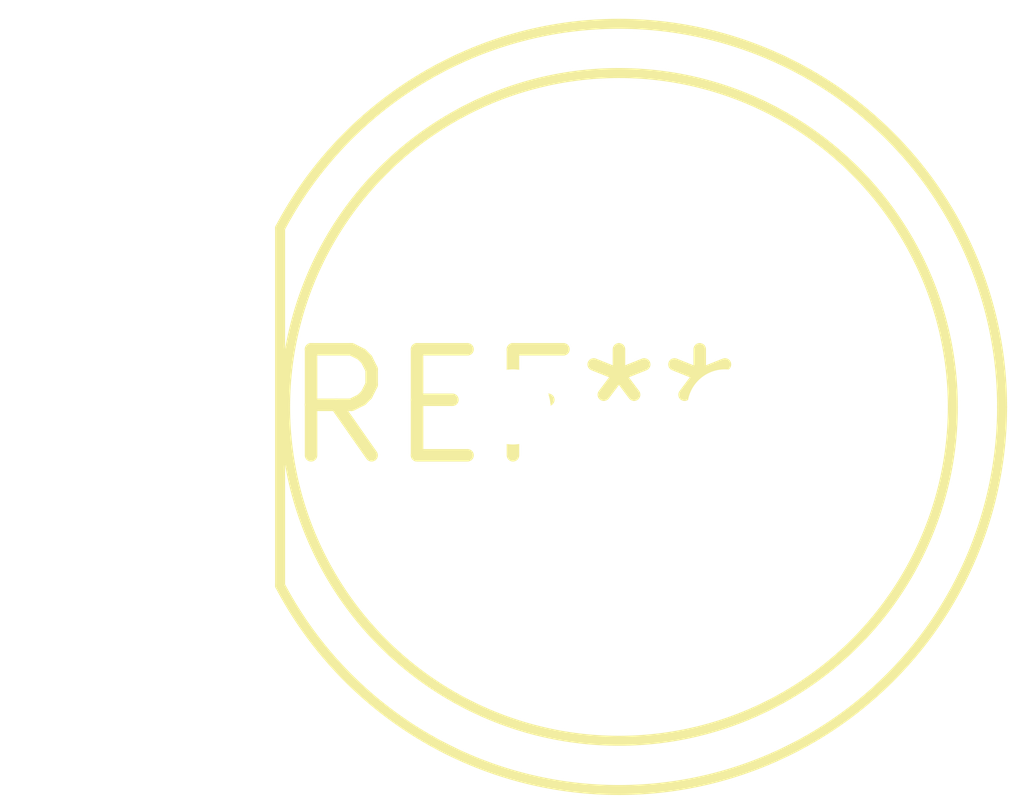
<source format=kicad_pcb>
(kicad_pcb (version 20240108) (generator pcbnew)
  (layers (0 "F.Cu" signal) (31 "B.Cu" signal) (34 "B.Paste" user) (35 "F.Paste" user) (36 "B.SilkS" user "B.Silkscreen") (37 "F.SilkS" user "F.Silkscreen") (38 "B.Mask" user) (39 "F.Mask" user) (44 "Edge.Cuts" user))
  (net 0 "")
  (footprint "LED_D8.0mm" (layer "F.Cu") (at 0 0)
    (property "Reference" "REF**")
    (property "Value" "LED_D8.0mm")
    (fp_line (start -2.79 -2.142) (end -2.79 2.142) (layer "F.SilkS") (stroke (width 0.12)))
    (fp_arc (start -2.79 -2.141145) (mid 2.373119 -4.455472) (end 5.86 0.000486) (layer "F.SilkS") (stroke (width 0.12)))
    (fp_arc (start 5.86 -0.000486) (mid 2.373119 4.455472) (end -2.79 2.141145) (layer "F.SilkS") (stroke (width 0.12)))
    (fp_circle (center 1.27 0) (end 5.27 0) (layer "F.SilkS") (stroke (width 0.12)) (fill none))
    (pad "1" thru_hole rect (at 0 0) (size 1.8 1.8) (drill 0.9) (layers *.Cu *.Mask) (remove_unused_layers))
    (pad "2" thru_hole circle (at 2.54 0) (size 1.8 1.8) (drill 0.9) (layers *.Cu *.Mask) (remove_unused_layers))
  )
)
</source>
